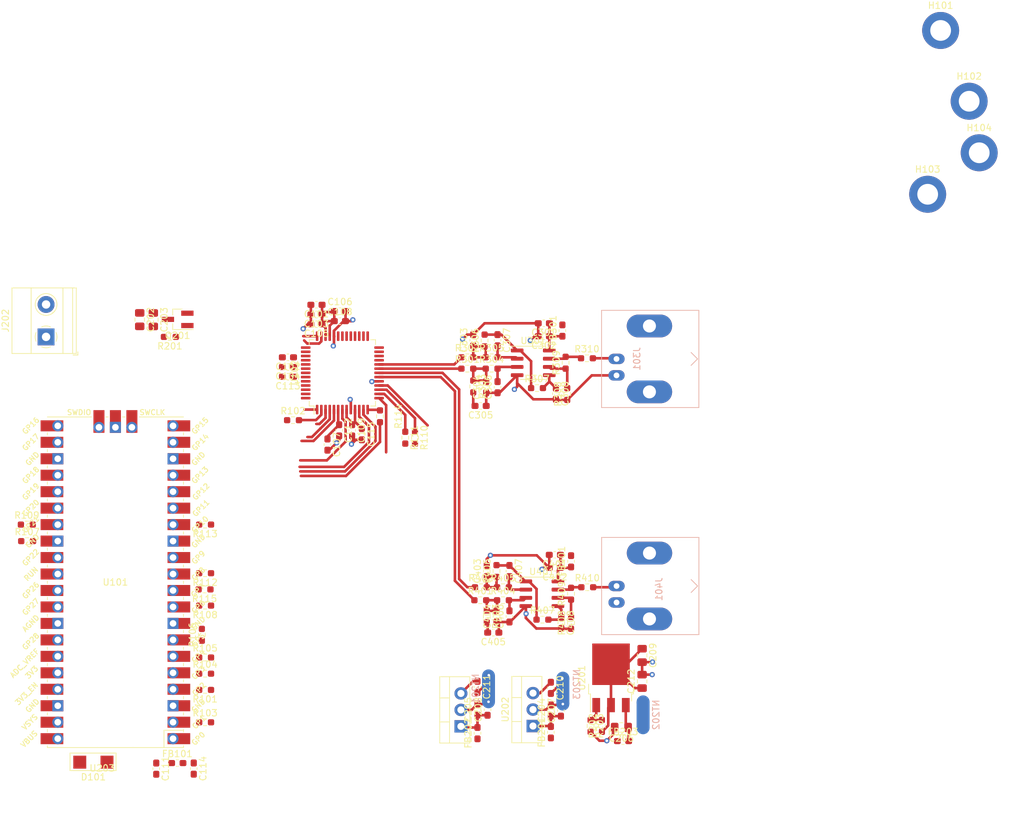
<source format=kicad_pcb>
(kicad_pcb (version 20211014) (generator pcbnew)
  (layers (0 "F.Cu" signal) (31 "B.Cu" signal) (34 "B.Paste" user) (35 "F.Paste" user) (36 "B.SilkS" user "B.Silkscreen") (37 "F.SilkS" user "F.Silkscreen") (38 "B.Mask" user) (39 "F.Mask" user) (44 "Edge.Cuts" user))
  (net 0 "")
  (net 1 "+5VD")
  (net 2 "GNDA")
  (net 3 "+3V3")
  (net 4 "GNDD")
  (net 5 "/pico_3v3_out")
  (net 6 "/power/vin")
  (net 7 "GNDPWR")
  (net 8 "/power/5va_in")
  (net 9 "/power/5vd_in")
  (net 10 "/power/va_in")
  (net 11 "VDDA")
  (net 12 "+5VA")
  (net 13 "/output_stage/vdda_filt")
  (net 14 "/output_stage/dac_filt_sum_n")
  (net 15 "/output_stage/dac_filt_sum_p")
  (net 16 "Net-(C305-Pad2)")
  (net 17 "/output_stage/dac_filt_p")
  (net 18 "/output_stage/dac_filt_out")
  (net 19 "/output_stage/dac_filt_n")
  (net 20 "/output_stage/gain_in")
  (net 21 "/output_stage1/vdda_filt")
  (net 22 "/output_stage1/dac_filt_sum_n")
  (net 23 "/output_stage1/dac_filt_sum_p")
  (net 24 "Net-(C405-Pad2)")
  (net 25 "/output_stage1/dac_filt_p")
  (net 26 "/output_stage1/dac_filt_out")
  (net 27 "/output_stage1/dac_filt_n")
  (net 28 "/output_stage1/gain_in")
  (net 29 "/pico_vin")
  (net 30 "/power/vprot")
  (net 31 "/output_stage/ctrl_output")
  (net 32 "/output_stage1/ctrl_output")
  (net 33 "Net-(Q201-Pad1)")
  (net 34 "/dac_ctrl_clk")
  (net 35 "/dac_ctrl_clk_term")
  (net 36 "/dac_ctrl_cipo")
  (net 37 "/dac_ctrl_cipo_term")
  (net 38 "/dac_ctrl_csn")
  (net 39 "/dac_ctrl_csn_term")
  (net 40 "/dac_ctrl_copi")
  (net 41 "/dac_ctrl_copi_term")
  (net 42 "/dac_ctrl_rstn")
  (net 43 "/dac_ctrl_rstn_term")
  (net 44 "/dac_aux_sdin_term")
  (net 45 "/dac_mclk_term")
  (net 46 "/dac_mclk")
  (net 47 "/dac_aux_sdin")
  (net 48 "/dac_aux_sclk_term")
  (net 49 "/dac_aux_sclk")
  (net 50 "/dac_aux_lrck_term")
  (net 51 "/dac_aux_lrck")
  (net 52 "/dac_fs_term")
  (net 53 "/dac_fs")
  (net 54 "/dac_sdin_term")
  (net 55 "/dac_sdin")
  (net 56 "/dac_sdout_term")
  (net 57 "/dac_sdout")
  (net 58 "/dac_sclk_term")
  (net 59 "/dac_sclk")
  (net 60 "Net-(R202-Pad2)")
  (net 61 "/out_2_P")
  (net 62 "/out_2_N")
  (net 63 "/output_stage/gain_inv")
  (net 64 "/out_1_P")
  (net 65 "/out_1_N")
  (net 66 "/output_stage1/gain_inv")
  (net 79 "unconnected-(U102-Pad38)")
  (net 80 "unconnected-(U102-Pad39)")
  (net 111 "/output_stage/ctrl_output_pre_prot")
  (net 112 "/output_stage1/ctrl_output_pre_prot")
  (footprint "Resistor_SMD:R_0603_1608Metric_Pad0.98x0.95mm_HandSolder" (layer "F.Cu") (at 198.4875 72)
    (fp_text reference "R301")
    (fp_text value "1k65")
  )
  (footprint "Resistor_SMD:R_0603_1608Metric_Pad0.98x0.95mm_HandSolder" (layer "F.Cu") (at 188.91384 82.65 -90)
    (fp_text reference "R111")
    (fp_text value "33")
  )
  (footprint "Capacitor_SMD:C_0603_1608Metric_Pad1.08x0.95mm_HandSolder" (layer "F.Cu") (at 175.21384 65.15 180)
    (fp_text reference "C105")
    (fp_text value "10n")
  )
  (footprint "Inductor_SMD:L_0603_1608Metric_Pad1.05x0.95mm_HandSolder" (layer "F.Cu") (at 222.5 129.45)
    (fp_text reference "FB203")
    (fp_text value "BLM18AG102SN1D")
  )
  (footprint "Capacitor_SMD:C_0603_1608Metric_Pad1.08x0.95mm_HandSolder" (layer "F.Cu") (at 178.83884 63.11875)
    (fp_text reference "C106")
    (fp_text value "4u7")
  )
  (footprint "Capacitor_SMD:C_0603_1608Metric_Pad1.08x0.95mm_HandSolder" (layer "F.Cu") (at 200.055 124.59125 90)
    (fp_text reference "C205")
    (fp_text value "100n")
  )
  (footprint "Capacitor_SMD:C_0603_1608Metric_Pad1.08x0.95mm_HandSolder" (layer "F.Cu") (at 210.2875 65 180)
    (fp_text reference "C301")
    (fp_text value "22u")
  )
  (footprint "Package_TO_SOT_SMD:SOT-23_Handsoldering" (layer "F.Cu") (at 153.8 64.4 180)
    (fp_text reference "Q201")
    (fp_text value "CPH3350")
  )
  (footprint "Capacitor_SMD:C_0603_1608Metric_Pad1.08x0.95mm_HandSolder" (layer "F.Cu") (at 180.71384 81.5125 -90)
    (fp_text reference "C109")
    (fp_text value "100n")
  )
  (footprint "Resistor_SMD:R_0603_1608Metric_Pad0.98x0.95mm_HandSolder" (layer "F.Cu") (at 158.035 108.555 180)
    (fp_text reference "R108")
    (fp_text value "33")
  )
  (footprint "Resistor_SMD:R_0603_1608Metric_Pad0.98x0.95mm_HandSolder" (layer "F.Cu") (at 152.6 67.1 180)
    (fp_text reference "R201")
    (fp_text value "10k")
  )
  (footprint "Resistor_SMD:R_0603_1608Metric_Pad0.98x0.95mm_HandSolder" (layer "F.Cu") (at 213.9 75.9125 90)
    (fp_text reference "R308")
    (fp_text value "10k")
  )
  (footprint "Capacitor_SMD:C_0603_1608Metric_Pad1.08x0.95mm_HandSolder" (layer "F.Cu") (at 178.71384 81.5125 -90)
    (fp_text reference "C112")
    (fp_text value "100n")
  )
  (footprint "good_things:SOD-106" (layer "F.Cu") (at 140.8 132.705)
    (fp_text reference "D101")
    (fp_text value "RSX301L-30TE25")
  )
  (footprint "Resistor_SMD:R_0603_1608Metric_Pad0.98x0.95mm_HandSolder" (layer "F.Cu") (at 158.035 126.555)
    (fp_text reference "R103")
    (fp_text value "33")
  )
  (footprint "Capacitor_SMD:C_0603_1608Metric_Pad1.08x0.95mm_HandSolder" (layer "F.Cu") (at 212.15 75.8625 -90)
    (fp_text reference "C308")
    (fp_text value "100n")
  )
  (footprint "Resistor_SMD:R_0603_1608Metric_Pad0.98x0.95mm_HandSolder" (layer "F.Cu") (at 200.575 105.72)
    (fp_text reference "R402")
    (fp_text value "5k49")
  )
  (footprint "Resistor_SMD:R_0603_1608Metric_Pad0.98x0.95mm_HandSolder" (layer "F.Cu") (at 130.535 96.055)
    (fp_text reference "R109")
    (fp_text value "33")
  )
  (footprint "MountingHole:MountingHole_3.2mm_M3_ISO7380_Pad" (layer "F.Cu") (at 275.9 30.75)
    (fp_text reference "H102")
    (fp_text value "MountingHole_Pad")
  )
  (footprint "Package_SO:SOIC-8_3.9x4.9mm_P1.27mm" (layer "F.Cu") (at 208.65 71.1)
    (fp_text reference "U301")
    (fp_text value "lmc6042")
  )
  (footprint "Resistor_SMD:R_0603_1608Metric_Pad0.98x0.95mm_HandSolder" (layer "F.Cu") (at 158.035 103.555 180)
    (fp_text reference "R112")
    (fp_text value "33")
  )
  (footprint "Capacitor_SMD:C_0805_2012Metric_Pad1.18x1.45mm_HandSolder" (layer "F.Cu") (at 222.25 127.35 180)
    (fp_text reference "C206")
    (fp_text value "10u 16V")
  )
  (footprint "MountingHole:MountingHole_3.2mm_M3_ISO7380_Pad" (layer "F.Cu") (at 277.45 38.7)
    (fp_text reference "H104")
    (fp_text value "MountingHole_Pad")
  )
  (footprint "Resistor_SMD:R_0603_1608Metric_Pad0.98x0.95mm_HandSolder" (layer "F.Cu") (at 171.60134 79.95)
    (fp_text reference "R102")
    (fp_text value "33")
  )
  (footprint "Capacitor_SMD:C_0603_1608Metric_Pad1.08x0.95mm_HandSolder" (layer "F.Cu") (at 170.81384 73.25 180)
    (fp_text reference "C113")
    (fp_text value "100n")
  )
  (footprint "Resistor_SMD:R_0603_1608Metric_Pad0.98x0.95mm_HandSolder" (layer "F.Cu") (at 216.9875 105.72)
    (fp_text reference "R410")
    (fp_text value "33")
  )
  (footprint "Capacitor_SMD:C_0603_1608Metric_Pad1.08x0.95mm_HandSolder" (layer "F.Cu") (at 170.81384 71.75 180)
    (fp_text reference "C104")
    (fp_text value "10n")
  )
  (footprint "Capacitor_SMD:C_0603_1608Metric_Pad1.08x0.95mm_HandSolder" (layer "F.Cu") (at 178.82634 64.66875)
    (fp_text reference "C108")
    (fp_text value "100n")
  )
  (footprint "Capacitor_SMD:C_0805_2012Metric_Pad1.18x1.45mm_HandSolder" (layer "F.Cu") (at 150.05 64.45 -90)
    (fp_text reference "C203")
    (fp_text value "10u 16V")
  )
  (footprint "Capacitor_SMD:C_0603_1608Metric_Pad1.08x0.95mm_HandSolder" (layer "F.Cu") (at 201.4 74.8625 90)
    (fp_text reference "C304")
    (fp_text value "5n6")
  )
  (footprint "Resistor_SMD:R_0603_1608Metric_Pad0.98x0.95mm_HandSolder" (layer "F.Cu") (at 202.2375 70.25)
    (fp_text reference "R305")
    (fp_text value "2k94")
  )
  (footprint "Resistor_SMD:R_0603_1608Metric_Pad0.98x0.95mm_HandSolder" (layer "F.Cu") (at 201.15 67.6625 90)
    (fp_text reference "R306")
    (fp_text value "4k75")
  )
  (footprint "Capacitor_SMD:C_0603_1608Metric_Pad1.08x0.95mm_HandSolder" (layer "F.Cu") (at 203.15 67.6125 -90)
    (fp_text reference "C307")
    (fp_text value "390p")
  )
  (footprint "Capacitor_SMD:C_0805_2012Metric_Pad1.18x1.45mm_HandSolder" (layer "F.Cu") (at 225.45 120.2375 90)
    (fp_text reference "C212")
    (fp_text value "10u 16V")
  )
  (footprint "Package_TO_SOT_THT:TO-220-3_Vertical" (layer "F.Cu") (at 208.6175 127.13 90)
    (fp_text reference "U202")
    (fp_text value "L7805")
  )
  (footprint "TerminalBlock_Phoenix:TerminalBlock_Phoenix_MKDS-1,5-2_1x02_P5.00mm_Horizontal" (layer "F.Cu") (at 133.505 67.1 90)
    (fp_text reference "J202")
    (fp_text value "Conn_01x02")
  )
  (footprint "Resistor_SMD:R_0603_1608Metric_Pad0.98x0.95mm_HandSolder" (layer "F.Cu") (at 158.035 121.555 180)
    (fp_text reference "R101")
    (fp_text value "33")
  )
  (footprint "Package_QFP:LQFP-52_10x10mm_P0.65mm" (layer "F.Cu") (at 179.21384 72.65 90)
    (fp_text reference "U102")
    (fp_text value "CS42438")
  )
  (footprint "Resistor_SMD:R_0603_1608Metric_Pad0.98x0.95mm_HandSolder" (layer "F.Cu") (at 203.9875 107.72)
    (fp_text reference "R404")
    (fp_text value "887")
  )
  (footprint "Resistor_SMD:R_0603_1608Metric_Pad0.98x0.95mm_HandSolder" (layer "F.Cu") (at 203.9875 105.72)
    (fp_text reference "R405")
    (fp_text value "2k94")
  )
  (footprint "Capacitor_SMD:C_0603_1608Metric_Pad1.08x0.95mm_HandSolder" (layer "F.Cu") (at 175.21384 63.65 180)
    (fp_text reference "C103")
    (fp_text value "100n")
  )
  (footprint "Resistor_SMD:R_0603_1608Metric_Pad0.98x0.95mm_HandSolder" (layer "F.Cu") (at 200.4875 107.72)
    (fp_text reference "R401")
    (fp_text value "1k65")
  )
  (footprint "Resistor_SMD:R_0603_1608Metric_Pad0.98x0.95mm_HandSolder" (layer "F.Cu") (at 216.9375 70.4)
    (fp_text reference "R310")
    (fp_text value "33")
  )
  (footprint "Resistor_SMD:R_0603_1608Metric_Pad0.98x0.95mm_HandSolder" (layer "F.Cu") (at 190.41384 82.65 -90)
    (fp_text reference "R110")
    (fp_text value "33")
  )
  (footprint "Resistor_SMD:R_0603_1608Metric_Pad0.98x0.95mm_HandSolder" (layer "F.Cu") (at 158.035 116.555)
    (fp_text reference "R105")
    (fp_text value "33")
  )
  (footprint "Capacitor_SMD:C_0603_1608Metric_Pad1.08x0.95mm_HandSolder" (layer "F.Cu") (at 211.9875 100.72 180)
    (fp_text reference "C401")
    (fp_text value "22u")
  )
  (footprint "Capacitor_SMD:C_0603_1608Metric_Pad1.08x0.95mm_HandSolder" (layer "F.Cu") (at 211.3725 121.24 -90)
    (fp_text reference "C210")
    (fp_text value "100n")
  )
  (footprint "Capacitor_SMD:C_0603_1608Metric_Pad1.08x0.95mm_HandSolder" (layer "F.Cu") (at 202.4875 112.72 180)
    (fp_text reference "C405")
    (fp_text value "22u DNM")
  )
  (footprint "Capacitor_SMD:C_0603_1608Metric_Pad1.08x0.95mm_HandSolder" (layer "F.Cu") (at 156.285 133.6925 -90)
    (fp_text reference "C114")
    (fp_text value "100n")
  )
  (footprint "Resistor_SMD:R_0603_1608Metric_Pad0.98x0.95mm_HandSolder" (layer "F.Cu") (at 158.035 119.055)
    (fp_text reference "R104")
    (fp_text value "33")
  )
  (footprint "Resistor_SMD:R_0603_1608Metric_Pad0.98x0.95mm_HandSolder" (layer "F.Cu") (at 214.4875 106.72 90)
    (fp_text reference "R409")
    (fp_text value "21k")
  )
  (footprint "Resistor_SMD:R_0603_1608Metric_Pad0.98x0.95mm_HandSolder" (layer "F.Cu") (at 214.4875 111.22 90)
    (fp_text reference "R408")
    (fp_text value "10k")
  )
  (footprint "Capacitor_SMD:C_0603_1608Metric_Pad1.08x0.95mm_HandSolder" (layer "F.Cu") (at 200.055 121.09125 -90)
    (fp_text reference "C211")
    (fp_text value "100n")
  )
  (footprint "Capacitor_SMD:C_0603_1608Metric_Pad1.08x0.95mm_HandSolder" (layer "F.Cu") (at 204.9875 103.22 -90)
    (fp_text reference "C407")
    (fp_text value "390p")
  )
  (footprint "Capacitor_SMD:C_0603_1608Metric_Pad1.08x0.95mm_HandSolder" (layer "F.Cu") (at 212.9875 111.22 -90)
    (fp_text reference "C408")
    (fp_text value "100n")
  )
  (footprint "Resistor_SMD:R_0603_1608Metric_Pad0.98x0.95mm_HandSolder" (layer "F.Cu") (at 201.4875 110.22 -90)
    (fp_text reference "R403")
    (fp_text value "1k87")
  )
  (footprint "Capacitor_SMD:C_0603_1608Metric_Pad1.08x0.95mm_HandSolder" (layer "F.Cu") (at 182.21384 82.1125 -90)
    (fp_text reference "C115")
    (fp_text value "100n")
  )
  (footprint "Inductor_SMD:L_0603_1608Metric_Pad1.05x0.95mm_HandSolder" (layer "F.Cu") (at 211.3725 128.09 90)
    (fp_text reference "FB201")
    (fp_text value "BLM18AG102SN1D")
  )
  (footprint "Resistor_SMD:R_0603_1608Metric_Pad0.98x0.95mm_HandSolder" (layer "F.Cu") (at 210.075 110.72)
    (fp_text reference "R407")
    (fp_text value "10k")
  )
  (footprint "MCU_RaspberryPi_and_Boards:RPi_Pico_SMD_TH" (layer "F.Cu") (at 144.2 104.95 180)
    (fp_text reference "U101")
    (fp_text value "Pico")
  )
  (footprint "Capacitor_SMD:C_0603_1608Metric_Pad1.08x0.95mm_HandSolder" (layer "F.Cu") (at 203.15 74.8625 90)
    (fp_text reference "C306")
    (fp_text value "1n2")
  )
  (footprint "Resistor_SMD:R_0603_1608Metric_Pad0.98x0.95mm_HandSolder" (layer "F.Cu") (at 198.4875 70.25)
    (fp_text reference "R302")
    (fp_text value "5k49")
  )
  (footprint "Inductor_SMD:L_0603_1608Metric_Pad1.05x0.95mm_HandSolder" (layer "F.Cu") (at 200.055 128.22875 90)
    (fp_text reference "FB202")
    (fp_text value "BLM18AG102SN1D")
  )
  (footprint "Capacitor_SMD:C_0603_1608Metric_Pad1.08x0.95mm_HandSolder" (layer "F.Cu") (at 175.21384 62.15 180)
    (fp_text reference "C101")
    (fp_text value "22u")
  )
  (footprint "Resistor_SMD:R_0603_1608Metric_Pad0.98x0.95mm_HandSolder" (layer "F.Cu") (at 217.5 127.1125 -90)
    (fp_text reference "R203")
    (fp_text value "750")
  )
  (footprint "Resistor_SMD:R_0603_1608Metric_Pad0.98x0.95mm_HandSolder" (layer "F.Cu") (at 157.9475 106.055 180)
    (fp_text reference "R115")
    (fp_text value "33")
  )
  (footprint "Resistor_SMD:R_0603_1608Metric_Pad0.98x0.95mm_HandSolder" (layer "F.Cu") (at 213.65 71.0875 90)
    (fp_text reference "R309")
    (fp_text value "21k")
  )
  (footprint "Capacitor_SMD:C_0603_1608Metric_Pad1.08x0.95mm_HandSolder" (layer "F.Cu") (at 202.9875 110.22 90)
    (fp_text reference "C404")
    (fp_text value "5n6")
  )
  (footprint "Capacitor_SMD:C_0603_1608Metric_Pad1.08x0.95mm_HandSolder" (layer "F.Cu") (at 200.5375 77.75 180)
    (fp_text reference "C305")
    (fp_text value "22u DNM")
  )
  (footprint "Capacitor_SMD:C_0603_1608Metric_Pad1.08x0.95mm_HandSolder" (layer "F.Cu") (at 210.2875 67 180)
    (fp_text reference "C302")
    (fp_text value "100n")
  )
  (footprint "Inductor_SMD:L_0603_1608Metric_Pad1.05x0.95mm_HandSolder" (layer "F.Cu") (at 214.4875 101.72 90)
    (fp_text reference "FB401")
    (fp_text value "BLM18AG102SN1D")
  )
  (footprint "Resistor_SMD:R_0603_1608Metric_Pad0.98x0.95mm_HandSolder" (layer "F.Cu") (at 219.25 127.1125 90)
    (fp_text reference "R202")
    (fp_text value "100")
  )
  (footprint "Capacitor_SMD:C_0805_2012Metric_Pad1.18x1.45mm_HandSolder" (layer "F.Cu") (at 225.45 116.2375 -90)
    (fp_text reference "C209")
    (fp_text value "10u 16V")
  )
  (footprint "Package_TO_SOT_SMD:TO-252-3_TabPin2" (layer "F.Cu") (at 220.65 119.7 90)
    (fp_text reference "U201")
    (fp_text value "AZ1117-ADJ")
  )
  (footprint "Package_TO_SOT_THT:TO-220-3_Vertical" (layer "F.Cu") (at 197.5 127.18125 90)
    (fp_text reference "U203")
    (fp_text value "L7805")
  )
  (footprint "Resistor_SMD:R_0603_1608Metric_Pad0.98x0.95mm_HandSolder" (layer "F.Cu") (at 130.585 98.605)
    (fp_text reference "R107")
    (fp_text value "10k")
  )
  (footprint "MountingHole:MountingHole_3.2mm_M3_ISO7380_Pad" (layer "F.Cu") (at 269.5 45.1)
    (fp_text reference "H103")
    (fp_text value "MountingHole_Pad")
  )
  (footprint "Capacitor_SMD:C_0603_1608Metric_Pad1.08x0.95mm_HandSolder" (layer "F.Cu") (at 212.9225 124.74 90)
    (fp_text reference "C207")
    (fp_text value "100n")
  )
  (footprint "Resistor_SMD:R_0603_1608Metric_Pad0.98x0.95mm_HandSolder" (layer "F.Cu") (at 199.4 74.75 -90)
    (fp_text reference "R303")
    (fp_text value "1k87")
  )
  (footprint "MountingHole:MountingHole_3.2mm_M3_ISO7380_Pad" (layer "F.Cu") (at 271.5 19.83)
    (fp_text reference "H101")
    (fp_text value "MountingHole_Pad")
  )
  (footprint "Capacitor_SMD:C_0603_1608Metric_Pad1.08x0.95mm_HandSolder" (layer "F.Cu") (at 170.81384 70.25 180)
    (fp_text reference "C102")
    (fp_text value "100n")
  )
  (footprint "Resistor_SMD:R_0603_1608Metric_Pad0.98x0.95mm_HandSolder" (layer "F.Cu") (at 202.9875 103.22 90)
    (fp_text reference "R406")
    (fp_text value "4k75")
  )
  (footprint "Capacitor_SMD:C_0603_1608Metric_Pad1.08x0.95mm_HandSolder" (layer "F.Cu") (at 150.5 133.705 -90)
    (fp_text reference "C111")
    (fp_text value "100n")
  )
  (footprint "Resistor_SMD:R_0603_1608Metric_Pad0.98x0.95mm_HandSolder" (layer "F.Cu") (at 185.01384 79.35 -90)
    (fp_text reference "R114")
    (fp_text value "33")
  )
  (footprint "Resistor_SMD:R_0603_1608Metric_Pad0.98x0.95mm_HandSolder" (layer "F.Cu") (at 202.2375 72)
    (fp_text reference "R304")
    (fp_text value "887")
  )
  (footprint "Capacitor_SMD:C_0603_1608Metric_Pad1.08x0.95mm_HandSolder" (layer "F.Cu") (at 201.605 124.60375 90)
    (fp_text reference "C208")
    (fp_text value "100n")
  )
  (footprint "Resistor_SMD:R_0603_1608Metric_Pad0.98x0.95mm_HandSolder" (layer "F.Cu") (at 158.035 96.055 180)
    (fp_text reference "R113")
    (fp_text value "33")
  )
  (footprint "Capacitor_SMD:C_0603_1608Metric_Pad1.08x0.95mm_HandSolder" (layer "F.Cu") (at 176.91384 83.7125 -90)
    (fp_text reference "C107")
    (fp_text value "22u")
  )
  (footprint "Capacitor_SMD:C_0603_1608Metric_Pad1.08x0.95mm_HandSolder" (layer "F.Cu") (at 204.9875 110.22 90)
    (fp_text reference "C406")
    (fp_text value "1n2")
  )
  (footprint "Capacitor_SMD:C_0603_1608Metric_Pad1.08x0.95mm_HandSolder" (layer "F.Cu") (at 201.4875 103.22 90)
    (fp_text reference "C403")
    (fp_text value "1n8")
  )
  (footprint "Capacitor_SMD:C_0805_2012Metric_Pad1.18x1.45mm_HandSolder" (layer "F.Cu") (at 147.95 64.4375 -90)
    (fp_text reference "C202")
    (fp_text value "10u 16V")
  )
  (footprint "Resistor_SMD:R_0603_1608Metric_Pad0.98x0.95mm_HandSolder" (layer "F.Cu") (at 209.2375 75)
    (fp_text reference "R307")
    (fp_text value "10k")
  )
  (footprint "Package_SO:SOIC-8_3.9x4.9mm_P1.27mm" (layer "F.Cu") (at 209.9875 106.72)
    (fp_text reference "U401")
    (fp_text value "lmc6042")
  )
  (footprint "Capacitor_SMD:C_0603_1608Metric_Pad1.08x0.95mm_HandSolder" (layer "F.Cu") (at 211.9875 102.72 180)
    (fp_text reference "C402")
    (fp_text value "100n")
  )
  (footprint "Resistor_SMD:R_0603_1608Metric_Pad0.98x0.95mm_HandSolder" (layer "F.Cu") (at 157.535 113.055 90)
    (fp_text reference "R106")
    (fp_text value "10k")
  )
  (footprint "Capacitor_SMD:C_0603_1608Metric_Pad1.08x0.95mm_HandSolder" (layer "F.Cu") (at 199.4 67.6125 90)
    (fp_text reference "C303")
    (fp_text value "1n8")
  )
  (footprint "Capacitor_SMD:C_0603_1608Metric_Pad1.08x0.95mm_HandSolder" (layer "F.Cu") (at 211.3725 124.74 90)
    (fp_text reference "C204")
    (fp_text value "100n")
  )
  (footprint "Inductor_SMD:L_0603_1608Metric_Pad1.05x0.95mm_HandSolder" (layer "F.Cu") (at 153.75 132.8425)
    (fp_text reference "FB101")
    (fp_text value "BLM18AG102SN1D")
  )
  (footprint "Inductor_SMD:L_0603_1608Metric_Pad1.05x0.95mm_HandSolder" (layer "F.Cu") (at 213.15 66.125 90)
    (fp_text reference "FB301")
    (fp_text value "BLM18AG102SN1D")
  )
  (footprint "NetTie:NetTie-2_SMD_Pad2.0mm" (layer "B.Cu") (at 225.6 125.4 90)
    (fp_text reference "NT202")
    (fp_text value "NetTie_2")
  )
  (footprint "NetTie:NetTie-2_SMD_Pad2.0mm" (layer "B.Cu") (at 213.2225 121.74 90)
    (fp_text reference "NT203")
    (fp_text value "NetTie_2")
  )
  (footprint "Connector_Coaxial:BNC_Amphenol_B6252HB-NPP3G-50_Horizontal" (layer "B.Cu") (at 221.5075 105.53 90)
    (fp_text reference "J401")
    (fp_text value "Conn_Coaxial")
  )
  (footprint "Connector_Coaxial:BNC_Amphenol_B6252HB-NPP3G-50_Horizontal" (layer "B.Cu") (at 221.5 70.5 90)
    (fp_text reference "J301")
    (fp_text value "Conn_Coaxial")
  )
  (footprint "NetTie:NetTie-2_SMD_Pad2.0mm" (layer "B.Cu") (at 201.755 121.39125 -90)
    (fp_text reference "NT201")
    (fp_text value "NetTie_2")
  )
  (segment (start 177.96384 64.66875) (end 177.26384 65.36875) (width 0.4) (layer "F.Cu") (net 1))
  (segment (start 177.96384 64.66875) (end 177.96384 63.13125) (width 0.4) (layer "F.Cu") (net 1))
  (segment (start 176.61384 65.6875) (end 176.61384 66.9875) (width 0.4) (layer "F.Cu") (net 1))
  (segment (start 176.07634 62.15) (end 176.07634 65.15) (width 0.4) (layer "F.Cu") (net 1))
  (segment (start 177.82634 63.26875) (end 177.97634 63.11875) (width 0.4) (layer "F.Cu") (net 1))
  (segment (start 176.07634 65.15) (end 176.61384 65.6875) (width 0.4) (layer "F.Cu") (net 1))
  (segment (start 200.055 120.22875) (end 199.3725 120.22875) (width 0.4) (layer "F.Cu") (net 1))
  (segment (start 177.96384 64.66875) (end 176.38884 64.66875) (width 0.4) (layer "F.Cu") (net 1))
  (segment (start 177.26384 65.36875) (end 177.26384 66.9875) (width 0.4) (layer "F.Cu") (net 1))
  (segment (start 177.96384 63.13125) (end 177.97634 63.11875) (width 0.4) (layer "F.Cu") (net 1))
  (segment (start 176.28884 63.26875) (end 177.82634 63.26875) (width 0.4) (layer "F.Cu") (net 1))
  (segment (start 176.17634 65.05) (end 176.07634 65.15) (width 0.4) (layer "F.Cu") (net 1))
  (segment (start 199.3725 120.22875) (end 197.5 122.10125) (width 0.4) (layer "F.Cu") (net 1))
  (segment (start 208.661618 76.725) (end 206.175 74.238382) (width 0.4) (layer "F.Cu") (net 2))
  (segment (start 199.4 66.75) (end 198.45 66.75) (width 0.4) (layer "F.Cu") (net 2))
  (segment (start 198.45 66.75) (end 197.75 67.45) (width 0.4) (layer "F.Cu") (net 2))
  (segment (start 212.9875 112.0825) (end 209.136618 112.0825) (width 0.4) (layer "F.Cu") (net 2))
  (segment (start 173.86384 65.15) (end 173.16384 65.85) (width 0.4) (layer "F.Cu") (net 2))
  (segment (start 174.35134 65.15) (end 174.35134 62.15) (width 0.4) (layer "F.Cu") (net 2))
  (segment (start 201.15 65) (end 209.425 65) (width 0.4) (layer "F.Cu") (net 2))
  (segment (start 199.4 66.75) (end 201.15 65) (width 0.4) (layer "F.Cu") (net 2))
  (segment (start 207.5125 109.7625) (end 207.55 109.8) (width 0.4) (layer "F.Cu") (net 2))
  (segment (start 206.175 74.238382) (end 206.175 73.005) (width 0.4) (layer "F.Cu") (net 2))
  (segment (start 177.91384 66.9875) (end 177.91384 66.157132) (width 0.4) (layer "F.Cu") (net 2))
  (segment (start 210.23 102.72) (end 210 102.95) (width 0.4) (layer "F.Cu") (net 2))
  (segment (start 217.685 73.04) (end 221.5 73.04) (width 0.4) (layer "F.Cu") (net 2))
  (segment (start 179.402222 64.66875) (end 179.68884 64.66875) (width 0.4) (layer "F.Cu") (net 2))
  (segment (start 211.125 102.72) (end 211.125 100.72) (width 0.4) (layer "F.Cu") (net 2))
  (segment (start 179.68884 64.66875) (end 180.62634 64.66875) (width 0.4) (layer "F.Cu") (net 2))
  (segment (start 209.425 65) (end 209.425 67) (width 0.4) (layer "F.Cu") (net 2))
  (segment (start 227.025 117.275) (end 227.05 117.25) (width 0.4) (layer "F.Cu") (net 2))
  (segment (start 201.4 77.75) (end 201.4 75.725) (width 0.4) (layer "F.Cu") (net 2))
  (segment (start 177.91384 68.4) (end 177.81384 68.5) (width 0.4) (layer "F.Cu") (net 2))
  (segment (start 179.70134 63.11875) (end 179.70134 64.65625) (width 0.4) (layer "F.Cu") (net 2))
  (segment (start 174.35134 65.15) (end 173.86384 65.15) (width 0.4) (layer "F.Cu") (net 2))
  (segment (start 225.45 117.275) (end 225.45 119.2) (width 0.4) (layer "F.Cu") (net 2))
  (segment (start 204.9875 111.0825) (end 205.055 111.0825) (width 0.4) (layer "F.Cu") (net 2))
  (segment (start 177.91384 66.9875) (end 177.91384 68.4) (width 0.4) (layer "F.Cu") (net 2))
  (segment (start 212.15 76.725) (end 208.661618 76.725) (width 0.4) (layer "F.Cu") (net 2))
  (segment (start 213.9 76.825) (end 217.685 73.04) (width 0.4) (layer "F.Cu") (net 2))
  (segment (start 209.425 67) (end 208.85 67) (width 0.4) (layer "F.Cu") (net 2))
  (segment (start 177.91384 66.157132) (end 179.402222 64.66875) (width 0.4) (layer "F.Cu") (net 2))
  (segment (start 207.5125 110.458382) (end 207.5125 108.625) (width 0.4) (layer "F.Cu") (net 2))
  (segment (start 180.62634 64.66875) (end 180.82634 64.46875) (width 0.4) (layer "F.Cu") (net 2))
  (segment (start 203.35 111.445) (end 202.9875 111.0825) (width 0.4) (layer "F.Cu") (net 2))
  (segment (start 213.1225 119.79) (end 213.1225 120.3525) (width 0.4) (layer "F.Cu") (net 2))
  (segment (start 206.175 74.238382) (end 206.175 74.775) (width 0.4) (layer "F.Cu") (net 2))
  (segment (start 212.25 76.825) (end 212.15 76.725) (width 0.4) (layer "F.Cu") (net 2))
  (segment (start 211.125 102.72) (end 210.23 102.72) (width 0.4) (layer "F.Cu") (net 2))
  (segment (start 203.15 75.725) (end 201.4 75.725) (width 0.4) (layer "F.Cu") (net 2))
  (segment (start 225.45 117.275) (end 227.025 117.275) (width 0.4) (layer "F.Cu") (net 2))
  (segment (start 203.455 75.725) (end 206.175 73.005) (width 0.4) (layer "F.Cu") (net 2))
  (segment (start 213.1225 120.3525) (end 211.3725 122.1025) (width 0.4) (layer "F.Cu") (net 2))
  (segment (start 209.136618 112.0825) (end 207.5125 110.458382) (width 0.4) (layer "F.Cu") (net 2))
  (segment (start 208.85 67) (end 208.2 67.65) (width 0.4) (layer "F.Cu") (net 2))
  (segment (start 207.5125 108.625) (end 207.5125 109.7625) (width 0.4) (layer "F.Cu") (net 2))
  (segment (start 202.9875 111.0825) (end 204.9875 111.0825) (width 0.4) (layer "F.Cu") (net 2))
  (segment (start 177.91384 66.9875) (end 177.96432 67.03798) (width 0.4) (layer "F.Cu") (net 2))
  (segment (start 202.05 100.8) (end 201.4875 101.3625) (width 0.4) (layer "F.Cu") (net 2))
  (segment (start 211.125 102.72) (end 209.205 100.8) (width 0.4) (layer "F.Cu") (net 2))
  (segment (start 203.15 75.725) (end 203.455 75.725) (width 0.4) (layer "F.Cu") (net 2))
  (segment (start 213.0375 112.1325) (end 212.9875 112.0825) (width 0.4) (layer "F.Cu") (net 2))
  (segment (start 206.175 74.775) (end 205.75 75.2) (width 0.4) (layer "F.Cu") (net 2))
  (segment (start 179.70134 64.65625) (end 179.68884 64.66875) (width 0.4) (layer "F.Cu") (net 2))
  (segment (start 209.205 100.8) (end 202.05 100.8) (width 0.4) (layer "F.Cu") (net 2))
  (segment (start 205.055 111.0825) (end 207.5125 108.625) (width 0.4) (layer "F.Cu") (net 2))
  (segment (start 201.4875 101.3625) (end 201.4875 102.3575) (width 0.4) (layer "F.Cu") (net 2))
  (segment (start 214.4875 112.1325) (end 213.0375 112.1325) (width 0.4) (layer "F.Cu") (net 2))
  (segment (start 225.45 119.2) (end 227 119.2) (width 0.4) (layer "F.Cu") (net 2))
  (segment (start 213.9 76.825) (end 212.25 76.825) (width 0.4) (layer "F.Cu") (net 2))
  (segment (start 203.35 112.72) (end 203.35 111.445) (width 0.4) (layer "F.Cu") (net 2))
  (via (at 202.05 100.8) (size 0.8) (drill 0.4) (layers "F.Cu" "B.Cu") (net 2))
  (via (at 205.75 75.2) (size 0.8) (drill 0.4) (layers "F.Cu" "B.Cu") (net 2))
  (via (at 173.16384 65.85) (size 0.8) (drill 0.4) (layers "F.Cu" "B.Cu") (net 2))
  (via (at 227.05 117.25) (size 0.8) (drill 0.4) (layers "F.Cu" "B.Cu") (net 2))
  (via (at 213.1225 119.79) (size 0.8) (drill 0.4) (layers "F.Cu" "B.Cu") (net 2))
  (via (at 208.2 67.65) (size 0.8) (drill 0.4) (layers "F.Cu" "B.Cu") (net 2))
  (via (at 210 102.95) (size 0.8) (drill 0.4) (layers "F.Cu" "B.Cu") (net 2))
  (via (at 180.82634 64.46875) (size 0.8) (drill 0.4) (layers "F.Cu" "B.Cu") (net 2))
  (via (at 227 119.2) (size 0.8) (drill 0.4) (layers "F.Cu" "B.Cu") (net 2))
  (via (at 177.81384 68.5) (size 0.8) (drill 0.4) (layers "F.Cu" "B.Cu") (net 2))
  (via (at 197.75 67.45) (size 0.8) (drill 0.4) (layers "F.Cu" "B.Cu") (net 2))
  (via (at 207.55 109.8) (size 0.8) (drill 0.4) (layers "F.Cu" "B.Cu") (net 2))
  (segment (start 213.2225 119.74) (end 213.1725 119.74) (width 0.4) (layer "B.Cu") (net 2))
  (segment (start 213.1725 119.74) (end 213.1225 119.79) (width 0.4) (layer "B.Cu") (net 2))
  (segment (start 181.16384 80.2) (end 181.16384 78.3125) (width 0.4) (layer "F.Cu") (net 3))
  (segment (start 178.71384 80.65) (end 176.91384 82.45) (width 0.4) (layer "F.Cu") (net 3))
  (segment (start 179.86384 78.3125) (end 179.86384 79.513768) (width 0.4) (layer "F.Cu") (net 3))
  (segment (start 176.91384 82.45) (end 176.91384 82.85) (width 0.4) (layer "F.Cu") (net 3))
  (segment (start 182.21384 81.25) (end 181.16384 80.2) (width 0.4) (layer "F.Cu") (net 3))
  (segment (start 178.56384 78.3125) (end 178.56384 80.5) (width 0.4) (layer "F.Cu") (net 3))
  (segment (start 180.71384 80.363768) (end 180.71384 80.65) (width 0.4) (layer "F.Cu") (net 3))
  (segment (start 178.56384 80.5) (end 178.71384 80.65) (width 0.4) (layer "F.Cu") (net 3))
  (segment (start 179.86384 79.513768) (end 180.71384 80.363768) (width 0.4) (layer "F.Cu") (net 3))
  (segment (start 182.21384 82.975) (end 181.28884 82.975) (width 0.4) (layer "F.Cu") (net 4))
  (segment (start 180.73884 82.975) (end 180.71384 82.95) (width 0.4) (layer "F.Cu") (net 4))
  (segment (start 178.71384 82.375) (end 178.71384 83.05) (width 0.4) (layer "F.Cu") (net 4))
  (segment (start 180.71384 83.55) (end 180.61384 83.65) (width 0.4) (layer "F.Cu") (net 4))
  (segment (start 180.71384 82.375) (end 180.71384 82.95) (width 0.4) (layer "F.Cu") (net 4))
  (segment (start 184.87634 73.95) (end 183.8 73.95) (width 0.4) (layer "F.Cu") (net 4))
  (segment (start 201.8 119.29125) (end 201.8 120.20875) (width 0.4) (layer "F.Cu") (net 4))
  (segment (start 180.51384 76.85) (end 180.41384 76.75) (width 0.4) (layer "F.Cu") (net 4))
  (segment (start 180.71384 82.95) (end 180.71384 83.55) (width 0.4) (layer "F.Cu") (net 4))
  (segment (start 177.18884 84.575) (end 178.31384 83.45) (width 0.4) (layer "F.Cu") (net 4))
  (segment (start 201.8 120.20875) (end 200.055 121.95375) (width 0.4) (layer "F.Cu") (net 4))
  (segment (start 178.71384 83.05) (end 178.31384 83.45) (width 0.4) (layer "F.Cu") (net 4))
  (segment (start 182.21384 82.975) (end 180.73884 82.975) (width 0.4) (layer "F.Cu") (net 4))
  (segment (start 183.8 73.95) (end 183.758546 73.991454) (width 0.4) (layer "F.Cu") (net 4))
  (segment (start 181.28884 82.975) (end 180.61384 83.65) (width 0.4) (layer "F.Cu") (net 4))
  (segment (start 180.51384 78.3125) (end 180.51384 76.85) (width 0.4) (layer "F.Cu") (net 4))
  (segment (start 176.91384 84.575) (end 177.18884 84.575) (width 0.4) (layer "F.Cu") (net 4))
  (via (at 180.61384 83.65) (size 0.8) (drill 0.4) (layers "F.Cu" "B.Cu") (net 4))
  (via (at 178.31384 83.45) (size 0.8) (drill 0.4) (layers "F.Cu" "B.Cu") (net 4))
  (via (at 183.758546 73.991454) (size 0.8) (drill 0.4) (layers "F.Cu" "B.Cu") (net 4))
  (via (at 201.8 119.29125) (size 0.8) (drill 0.4) (layers "F.Cu" "B.Cu") (net 4))
  (via (at 180.41384 76.75) (size 0.8) (drill 0.4) (layers "F.Cu" "B.Cu") (net 4))
  (segment (start 201.755 119.33625) (end 201.8 119.29125) (width 0.4) (layer "B.Cu") (net 4))
  (segment (start 201.755 119.39125) (end 201.755 119.33625) (width 0.4) (layer "B.Cu") (net 4))
  (segment (start 201.605 123.74125) (end 200.0675 123.74125) (width 0.4) (layer "F.Cu") (net 7))
  (segment (start 200.0675 123.74125) (end 200.055 123.72875) (width 0.4) (layer "F.Cu") (net 7))
  (segment (start 220.9625 126.95) (end 220.9625 128.4375) (width 0.4) (layer "F.Cu") (net 7))
  (segment (start 211.3725 123.8775) (end 212.9225 123.8775) (width 0.4) (layer "F.Cu") (net 7))
  (segment (start 220.9625 128.4375) (end 220 129.4) (width 0.4) (layer "F.Cu") (net 7))
  (segment (start 201.605 123.74125) (end 201.605 123.54125) (width 0.4) (layer "F.Cu") (net 7))
  (segment (start 197.5 124.64125) (end 199.1425 124.64125) (width 0.4) (layer "F.Cu") (net 7))
  (segment (start 210.66 124.59) (end 211.3725 123.8775) (width 0.4) (layer "F.Cu") (net 7))
  (segment (start 218.875 129.4) (end 220 129.4) (width 0.4) (layer "F.Cu") (net 7))
  (segment (start 199.1425 124.64125) (end 200.055 123.72875) (width 0.4) (layer "F.Cu") (net 7))
  (segment (start 201.605 123.54125) (end 201.755 123.39125) (width 0.4) (layer "F.Cu") (net 7))
  (segment (start 217.5 128.025) (end 218.875 129.4) (width 0.4) (layer "F.Cu") (net 7))
  (segment (start 208.6175 124.59) (end 210.66 124.59) (width 0.4) (layer "F.Cu") (net 7))
  (segment (start 212.9225 123.8775) (end 213.085 123.8775) (width 0.4) (layer "F.Cu") (net 7))
  (segment (start 213.085 123.8775) (end 213.2225 123.74) (width 0.4) (layer "F.Cu") (net 7))
  (via (at 220 129.4) (size 0.8) (drill 0.4) (layers "F.Cu" "B.Cu") (net 7))
  (via (at 201.755 123.39125) (size 0.8) (drill 0.4) (layers "F.Cu" "B.Cu") (net 7))
  (via (at 213.2225 123.74) (size 0.8) (drill 0.4) (layers "F.Cu" "B.Cu") (net 7))
  (segment (start 211.3725 125.6025) (end 211.3725 127.215) (width 0.4) (layer "F.Cu") (net 8))
  (segment (start 208.6175 127.13) (end 211.2875 127.13) (width 0.4) (layer "F.Cu") (net 8))
  (segment (start 212.9225 125.6025) (end 211.3725 125.6025) (width 0.4) (layer "F.Cu") (net 8))
  (segment (start 211.2875 127.13) (end 211.3725 127.215) (width 0.4) (layer "F.Cu") (net 8))
  (segment (start 197.6725 127.35375) (end 197.5 127.18125) (width 0.4) (layer "F.Cu") (net 9))
  (segment (start 201.5925 125.45375) (end 201.605 125.46625) (width 0.4) (layer "F.Cu") (net 9))
  (segment (start 200.055 127.35375) (end 197.6725 127.35375) (width 0.4) (layer "F.Cu") (net 9))
  (segment (start 200.055 127.35375) (end 200.055 125.45375) (width 0.4) (layer "F.Cu") (net 9))
  (segment (start 200.055 125.45375) (end 201.5925 125.45375) (width 0.4) (layer "F.Cu") (net 9))
  (segment (start 222.93 123.9) (end 222.93 126.8425) (width 0.4) (layer "F.Cu") (net 10))
  (segment (start 223.375 129.45) (end 223.375 127.4375) (width 0.4) (layer "F.Cu") (net 10))
  (segment (start 222.93 126.8425) (end 223.0375 126.95) (width 0.4) (layer "F.Cu") (net 10))
  (segment (start 223.375 127.4375) (end 223.2875 127.35) (width 0.4) (layer "F.Cu") (net 10))
  (segment (start 220.65 117.6) (end 223.05 117.6) (width 0.4) (layer "F.Cu") (net 11))
  (segment (start 220.22548 127.04952) (end 220.22548 124.32452) (width 0.4) (layer "F.Cu") (net 11))
  (segment (start 224.325 121.275) (end 225.45 121.275) (width 0.4) (layer "F.Cu") (net 11))
  (segment (start 220.65 123.9) (end 220.65 117.6) (width 0.4) (layer "F.Cu") (net 11))
  (segment (start 220.22548 124.32452) (end 220.65 123.9) (width 0.4) (layer "F.Cu") (net 11))
  (segment (start 219.25 128.025) (end 220.22548 127.04952) (width 0.4) (layer "F.Cu") (net 11))
  (segment (start 223.05 117.6) (end 225.45 115.2) (width 0.4) (layer "F.Cu") (net 11))
  (segment (start 220.65 117.6) (end 224.325 121.275) (width 0.4) (layer "F.Cu") (net 11))
  (segment (start 208.6175 122.05) (end 209.7 122.05) (width 0.4) (layer "F.Cu") (net 12))
  (segment (start 209.7 122.05) (end 211.3725 120.3775) (width 0.4) (layer "F.Cu") (net 12))
  (segment (start 211.125 69.195) (end 211.125 66.175) (width 0.4) (layer "F.Cu") (net 13))
  (segment (start 211.15 66.15) (end 211.15 67) (width 0.4) (layer "F.Cu") (net 13))
  (segment (start 211.15 65) (end 211.15 66.15) (width 0.4) (layer "F.Cu") (net 13))
  (segment (start 211.125 66.175) (end 211.15 66.15) (width 0.4) (layer "F.Cu") (net 13))
  (segment (start 213.15 67) (end 211.15 67) (width 0.4) (layer "F.Cu") (net 13))
  (segment (start 199.5 68.575) (end 199.4 68.475) (width 0.4) (layer "F.Cu") (net 14))
  (segment (start 199.4 70.25) (end 201.325 70.25) (width 0.4) (layer "F.Cu") (net 14))
  (segment (start 201.325 70.25) (end 201.325 68.75) (width 0.4) (layer "F.Cu") (net 14))
  (segment (start 199.4 68.475) (end 199.4 70.25) (width 0.4) (layer "F.Cu") (net 14))
  (segment (start 201.325 68.75) (end 201.15 68.575) (width 0.4) (layer "F.Cu") (net 14))
  (segment (start 201.15 68.575) (end 199.5 68.575) (width 0.4) (layer "F.Cu") (net 14))
  (segment (start 201.4 72.075) (end 201.325 72) (width 0.4) (layer "F.Cu") (net 15))
  (segment (start 201.4 74) (end 201.4 72.075) (width 0.4) (layer "F.Cu") (net 15))
  (segment (start 201.325 72) (end 199.4 72) (width 0.4) (layer "F.Cu") (net 15))
  (segment (start 199.4 72) (end 199.4 73.8375) (width 0.4) (layer "F.Cu") (net 15))
  (segment (start 199.4 73.8375) (end 201.2375 73.8375) (width 0.4) (layer "F.Cu") (net 15))
  (segment (start 201.2375 73.8375) (end 201.4 74) (width 0.4) (layer "F.Cu") (net 15))
  (segment (start 199.4 75.6625) (end 199.4 77.475) (width 0.4) (layer "F.Cu") (net 16))
  (segment (start 199.4 77.475) (end 199.675 77.75) (width 0.4) (layer "F.Cu") (net 16))
  (segment (start 206.175 71.735) (end 203.415 71.735) (width 0.4) (layer "F.Cu") (net 17))
  (segment (start 203.415 71.735) (end 203.15 72) (width 0.4) (layer "F.Cu") (net 17))
  (segment (start 203.15 72) (end 203.15 74) (width 0.4) (layer "F.Cu") (net 17))
  (segment (start 208.325 70.862862) (end 208.325 75) (width 0.4) (layer "F.Cu") (net 18))
  (segment (start 206.657138 69.195) (end 208.325 70.862862) (width 0.4) (layer "F.Cu") (net 18))
  (segment (start 206.175 69.195) (end 206.657138 69.195) (width 0.4) (layer "F.Cu") (net 18))
  (segment (start 201.15 66.75) (end 203.15 66.75) (width 0.4) (layer "F.Cu") (net 18))
  (segment (start 203.73 66.75) (end 206.175 69.195) (width 0.4) (layer "F.Cu") (net 18))
  (segment (start 203.15 66.75) (end 203.73 66.75) (width 0.4) (layer "F.Cu") (net 18))
  (segment (start 203.15 70.25) (end 205.96 70.25) (width 0.4) (layer "F.Cu") (net 19))
  (segment (start 203.15 68.475) (end 203.15 70.25) (width 0.4) (layer "F.Cu") (net 19))
  (segment (start 205.96 70.25) (end 206.175 70.465) (width 0.4) (layer "F.Cu") (net 19))
  (segment (start 211.125 74.025) (end 211.125 73.975) (width 0.4) (layer "F.Cu") (net 20))
  (segment (start 211.125 73.975) (end 212.15 75) (width 0.4) (layer "F.Cu") (net 20))
  (segment (start 210.15 75) (end 211.125 74.025) (width 0.4) (layer "F.Cu") (net 20))
  (segment (start 211.125 73.005) (end 211.125 73.975) (width 0.4) (layer "F.Cu") (net 20))
  (segment (start 212.4625 103.1075) (end 212.85 102.72) (width 0.4) (layer "F.Cu") (net 21))
  (segment (start 214.3625 102.72) (end 214.4875 102.595) (width 0.4) (layer "F.Cu") (net 21))
  (segment (start 212.4625 104.815) (end 212.4625 103.1075) (width 0.4) (layer "F.Cu") (net 21))
  (segment (start 212.85 100.72) (end 212.85 102.72) (width 0.4) (layer "F.Cu") (net 21))
  (segment (start 212.85 102.72) (end 214.3625 102.72) (width 0.4) (layer "F.Cu") (net 21))
  (segment (start 201.4875 105.72) (end 201.4875 104.0825) (width 0.4) (layer "F.Cu") (net 22))
  (segment (start 202.9875 104.1325) (end 202.9875 105.6325) (width 0.4) (layer "F.Cu") (net 22))
  (segment (start 202.9375 104.0825) (end 202.9875 104.1325) (width 0.4) (layer "F.Cu") (net 22))
  (segment (start 201.4875 104.0825) (end 202.9375 104.0825) (width 0.4) (layer "F.Cu") (net 22))
  (segment (start 203.075 105.72) (end 201.4875 105.72) (width 0.4) (layer "F.Cu") (net 22))
  (segment (start 202.9875 105.6325) (end 203.075 105.72) (width 0.4) (layer "F.Cu") (net 22))
  (segment (start 201.4875 107.8075) (end 201.4 107.72) (width 0.4) (layer "F.Cu") (net 23))
  (segment (start 201.4 107.72) (end 203.075 107.72) (width 0.4) (layer "F.Cu") (net 23))
  (segment (start 201.4875 109.3075) (end 201.4875 107.8075) (width 0.4) (layer "F.Cu") (net 23))
  (segment (start 201.5375 109.3575) (end 201.4875 109.3075) (width 0.4) (layer "F.Cu") (net 23))
  (segment (start 203.075 107.72) (end 203.075 109.27) (width 0.4) (layer "F.Cu") (net 23))
  (segment (start 202.9875 109.3575) (end 201.5375 109.3575) (width 0.4) (layer "F.Cu") (net 23))
  (segment (start 203.075 109.27) (end 202.9875 109.3575) (width 0.4) (layer "F.Cu") (net 23))
  (segment (start 201.625 111.27) (end 201.4875 111.1325) (width 0.4) (layer "F.Cu") (net 24))
  (segment (start 201.625 112.72) (end 201.625 111.27) (width 0.4) (layer "F.Cu") (net 24))
  (segment (start 204.9 107.72) (end 207.1475 107.72) (width 0.4) (layer "F.Cu") (net 25))
  (segment (start 204.9875 109.3575) (end 204.9875 107.8075) (width 0.4) (layer "F.Cu") (net 25))
  (segment (start 204.9875 107.8075) (end 204.9 107.72) (width 0.4) (layer "F.Cu") (net 25))
  (segment (start 207.1475 107.72) (end 207.5125 107.355) (width 0.4) (layer "F.Cu") (net 25))
  (segment (start 204.9875 102.3575) (end 203.0375 102.3575) (width 0.4) (layer "F.Cu") (net 26))
  (segment (start 207.445 104.815) (end 204.9875 102.3575) (width 0.4) (layer "F.Cu") (net 26))
  (segment (start 207.994638 104.815) (end 209.1625 105.982862) (width 0.4) (layer "F.Cu") (net 26))
  (segment (start 207.5125 104.815) (end 207.445 104.815) (width 0.4) (layer "F.Cu") (net 26))
  (segment (start 207.5125 104.815) (end 207.994638 104.815) (width 0.4) (layer "F.Cu") (net 26))
  (segment (start 203.0375 102.3575) (end 202.9875 102.3075) (width 0.4) (layer "F.Cu") (net 26))
  (segment (start 209.1625 105.982862) (end 209.1625 110.72) (width 0.4) (layer "F.Cu") (net 26))
  (segment (start 204.9 105.72) (end 204.9 104.17) (width 0.4) (layer "F.Cu") (net 27))
  (segment (start 205.265 106.085) (end 204.9 105.72) (width 0.4) (layer "F.Cu") (net 27))
  (segment (start 204.9 104.17) (end 204.9875 104.0825) (width 0.4) (layer "F.Cu") (net 27))
  (segment (start 207.5125 106.085) (end 205.265 106.085) (width 0.4) (layer "F.Cu") (net 27))
  (segment (start 212.9875 110.3575) (end 212.9875 109.15) (width 0.4) (layer "F.Cu") (net 28))
  (segment (start 210.9875 110.72) (end 212.625 110.72) (width 0.4) (layer "F.Cu") (net 28))
  (segment (start 212.625 110.72) (end 212.9875 110.3575) (width 0.4) (layer "F.Cu") (net 28))
  (segment (start 212.9875 109.15) (end 212.4625 108.625) (width 0.4) (layer "F.Cu") (net 28))
  (segment (start 221.4 70.4) (end 221.5 70.5) (width 0.4) (layer "F.Cu") (net 31))
  (segment (start 217.85 70.4) (end 221.4 70.4) (width 0.4) (layer "F.Cu") (net 31))
  (segment (start 217.9 105.72) (end 221.3175 105.72) (width 0.4) (layer "F.Cu") (net 32))
  (segment (start 221.3175 105.72) (end 221.5075 105.53) (width 0.4) (layer "F.Cu") (net 32))
  (segment (start 175.31384 78.3125) (end 173.35134 78.3125) (width 0.4) (layer "F.Cu") (net 35))
  (segment (start 175.96384 79.106427) (end 175.141574 79.928693) (width 0.4) (layer "F.Cu") (net 37))
  (segment (start 172.51384 79.95) (end 172.535147 79.928693) (width 0.4) (layer "F.Cu") (net 37))
  (segment (start 172.535147 79.928693) (end 175.141574 79.928693) (width 0.4) (layer "F.Cu") (net 37))
  (segment (start 175.96384 78.3125) (end 175.96384 79.106427) (width 0.4) (layer "F.Cu") (net 37))
  (segment (start 176.61384 78.3125) (end 176.61384 79.60215) (width 0.4) (layer "F.Cu") (net 39))
  (segment (start 175.96503 80.25096) (end 175.964149 80.25096) (width 0.4) (layer "F.Cu") (net 39))
  (segment (start 175.964149 80.25096) (end 175.686896 80.528213) (width 0.4) (layer "F.Cu") (net 39))
  (segment (start 176.61384 79.60215) (end 175.96503 80.25096) (width 0.4) (layer "F.Cu") (net 39))
  (segment (start 175.686896 80.528213) (end 175.192053 80.528213) (width 0.4) (layer "F.Cu") (net 39))
  (segment (start 176.21336 80.85048) (end 176.212478 80.85048) (width 0.4) (layer "F.Cu") (net 41))
  (segment (start 177.26384 79.8) (end 176.21336 80.85048) (width 0.4) (layer "F.Cu") (net 41))
  (segment (start 175.83932 81.223638) (end 175.83932 81.22452) (width 0.4) (layer "F.Cu") (net 41))
  (segment (start 175.83932 81.22452) (end 174.51384 82.55) (width 0.4) (layer "F.Cu") (net 41))
  (segment (start 176.212478 80.85048) (end 175.83932 81.223638) (width 0.4) (layer "F.Cu") (net 41))
  (segment (start 174.51384 82.55) (end 173.820267 82.55) (width 0.4) (layer "F.Cu") (net 41))
  (segment (start 177.26384 78.3125) (end 177.26384 79.8) (width 0.4) (layer "F.Cu") (net 41))
  (segment (start 174.76169 83.15) (end 172.91384 83.15) (width 0.4) (layer "F.Cu") (net 43))
  (segment (start 177.91384 79.99785) (end 174.76169 83.15) (width 0.4) (layer "F.Cu") (net 43))
  (segment (start 177.91384 78.3125) (end 177.91384 79.99785) (width 0.4) (layer "F.Cu") (net 43))
  (segment (start 184.87634 74.6) (end 186.211689 74.6) (width 0.4) (layer "F.Cu") (net 44))
  (segment (start 186.211689 74.6) (end 192.36384 80.752151) (width 0.4) (layer "F.Cu") (net 44))
  (segment (start 182.46384 79.106427) (end 184.31384 80.956427) (width 0.4) (layer "F.Cu") (net 45))
  (segment (start 184.31384 83.161231) (end 179.625071 87.85) (width 0.4) (layer "F.Cu") (net 45))
  (segment (start 184.31384 80.956427) (end 184.31384 83.161231) (width 0.4) (layer "F.Cu") (net 45))
  (segment (start 182.46384 78.3125) (end 182.46384 79.106427) (width 0.4) (layer "F.Cu") (net 45))
  (segment (start 179.625071 87.85) (end 172.71384 87.85) (width 0.4) (layer "F.Cu") (net 45))
  (segment (start 186.01384 75.25) (end 184.87634 75.25) (width 0.4) (layer "F.Cu") (net 48))
  (segment (start 190.41384 81.7375) (end 190.41384 79.65) (width 0.4) (layer "F.Cu") (net 48))
  (segment (start 190.41384 79.65) (end 186.01384 75.25) (width 0.4) (layer "F.Cu") (net 48))
  (segment (start 185.670267 75.9) (end 188.91384 79.143573) (width 0.4) (layer "F.Cu") (net 50))
  (segment (start 184.87634 75.9) (end 185.670267 75.9) (width 0.4) (layer "F.Cu") (net 50))
  (segment (start 188.91384 79.143573) (end 188.91384 81.7375) (width 0.4) (layer "F.Cu") (net 50))
  (segment (start 179.21384 78.3125) (end 179.21384 79.71298) (width 0.4) (layer "F.Cu") (net 52))
  (segment (start 179.71384 80.211618) (end 179.71384 83.25) (width 0.4) (layer "F.Cu") (net 52))
  (segment (start 179.71384 83.25) (end 176.81384 86.15) (width 0.4) (layer "F.Cu") (net 52))
  (segment (start 176.81384 86.15) (end 172.71384 86.15) (width 0.4) (layer "F.Cu") (net 52))
  (segment (start 179.215202 79.71298) (end 179.71384 80.211618) (width 0.4) (layer "F.Cu") (net 52))
  (segment (start 179.21384 79.71298) (end 179.215202 79.71298) (width 0.4) (layer "F.Cu") (net 52))
  (segment (start 185.96384 77.6375) (end 185.96384 84.9) (width 0.4) (layer "F.Cu") (net 54))
  (segment (start 184.87634 76.55) (end 185.96384 77.6375) (width 0.4) (layer "F.Cu") (net 54))
  (segment (start 183.15134 78.35) (end 184.81384 78.35) (width 0.4) (layer "F.Cu") (net 56))
  (segment (start 183.11384 78.3125) (end 183.15134 78.35) (width 0.4) (layer "F.Cu") (net 56))
  (segment (start 185.01384 83.30908) (end 179.77292 88.55) (width 0.4) (layer "F.Cu") (net 57))
  (segment (start 179.77292 88.55) (end 172.81384 88.55) (width 0.4) (layer "F.Cu") (net 57))
  (segment (start 185.01384 80.2625) (end 185.01384 83.30908) (width 0.4) (layer "F.Cu") (net 57))
  (segment (start 179.477222 87.15) (end 172.61384 87.15) (width 0.4) (layer "F.Cu") (net 58))
  (segment (start 183.31384 83.313382) (end 179.477222 87.15) (width 0.4) (layer "F.Cu") (net 58))
  (segment (start 181.81384 78.3125) (end 181.81384 79.411618) (width 0.4) (layer "F.Cu") (net 58))
  (segment (start 181.81384 79.411618) (end 183.31384 80.911618) (width 0.4) (layer "F.Cu") (net 58))
  (segment (start 183.31384 80.911618) (end 183.31384 83.313382) (width 0.4) (layer "F.Cu") (net 58))
  (segment (start 218.37 125.33) (end 217.5 126.2) (width 0.4) (layer "F.Cu") (net 60))
  (segment (start 219.25 126.2) (end 217.5 126.2) (width 0.4) (layer "F.Cu") (net 60))
  (segment (start 218.37 123.9) (end 218.37 125.33) (width 0.4) (layer "F.Cu") (net 60))
  (segment (start 184.87634 72) (end 197.575 72) (width 0.4) (layer "F.Cu") (net 61))
  (segment (start 196.475 71.35) (end 197.575 70.25) (width 0.4) (layer "F.Cu") (net 62))
  (segment (start 184.87634 71.35) (end 196.475 71.35) (width 0.4) (layer "F.Cu") (net 62))
  (segment (start 213.9 75) (end 213.9 72.25) (width 0.4) (layer "F.Cu") (net 63))
  (segment (start 213.65 72) (end 211.39 72) (width 0.4) (layer "F.Cu") (net 63))
  (segment (start 213.9 72.25) (end 213.65 72) (width 0.4) (layer "F.Cu") (net 63))
  (segment (start 211.39 72) (end 211.125 71.735) (width 0.4) (layer "F.Cu") (net 63))
  (segment (start 194.65962 72.65) (end 197.225 75.21538) (width 0.4) (layer "F.Cu") (net 64))
  (segment (start 184.87634 72.65) (end 194.65962 72.65) (width 0.4) (layer "F.Cu") (net 64))
  (segment (start 197.225 75.21538) (end 197.225 104.450761) (width 0.4) (layer "F.Cu") (net 64))
  (segment (start 197.225 104.450761) (end 198.494239 105.72) (width 0.4) (layer "F.Cu") (net 64))
  (segment (start 198.494239 105.72) (end 199.6625 105.72) (width 0.4) (layer "F.Cu") (net 64))
  (segment (start 196.575 104.72) (end 199.575 107.72) (width 0.4) (layer "F.Cu") (net 65))
  (segment (start 196.575 75.48462) (end 196.575 104.72) (width 0.4) (layer "F.Cu") (net 65))
  (segment (start 184.87634 73.3) (end 194.39038 73.3) (width 0.4) (layer "F.Cu") (net 65))
  (segment (start 194.39038 73.3) (end 196.575 75.48462) (width 0.4) (layer "F.Cu") (net 65))
  (segment (start 214.21 107.355) (end 214.4875 107.6325) (width 0.4) (layer "F.Cu") (net 66))
  (segment (start 214.4875 110.3075) (end 214.4875 107.6325) (width 0.4) (layer "F.Cu") (net 66))
  (segment (start 212.4625 107.355) (end 214.21 107.355) (width 0.4) (layer "F.Cu") (net 66))
  (segment (start 175.96384 67.781427) (end 175.620747 68.12452) (width 0.4) (layer "F.Cu") (net 79))
  (segment (start 175.96384 66.9875) (end 175.96384 67.781427) (width 0.4) (layer "F.Cu") (net 79))
  (segment (start 173.78836 68.12452) (end 173.31384 67.65) (width 0.4) (layer "F.Cu") (net 79))
  (segment (start 175.620747 68.12452) (end 173.78836 68.12452) (width 0.4) (layer "F.Cu") (net 79))
  (segment (start 175.31384 66.9875) (end 173.17634 66.9875) (width 0.4) (layer "F.Cu") (net 80))
  (segment (start 213.36 70.465) (end 213.65 70.175) (width 0.4) (layer "F.Cu") (net 111))
  (segment (start 213.65 70.175) (end 215.8 70.175) (width 0.4) (layer "F.Cu") (net 111))
  (segment (start 215.8 70.175) (end 216.025 70.4) (width 0.4) (layer "F.Cu") (net 111))
  (segment (start 211.125 70.465) (end 213.36 70.465) (width 0.4) (layer "F.Cu") (net 111))
  (segment (start 214.21 106.085) (end 214.4875 105.8075) (width 0.4) (layer "F.Cu") (net 112))
  (segment (start 214.575 105.72) (end 214.4875 105.8075) (width 0.4) (layer "F.Cu") (net 112))
  (segment (start 216.075 105.72) (end 214.575 105.72) (width 0.4) (layer "F.Cu") (net 112))
  (segment (start 212.4625 106.085) (end 214.21 106.085) (width 0.4) (layer "F.Cu") (net 112))
)
</source>
